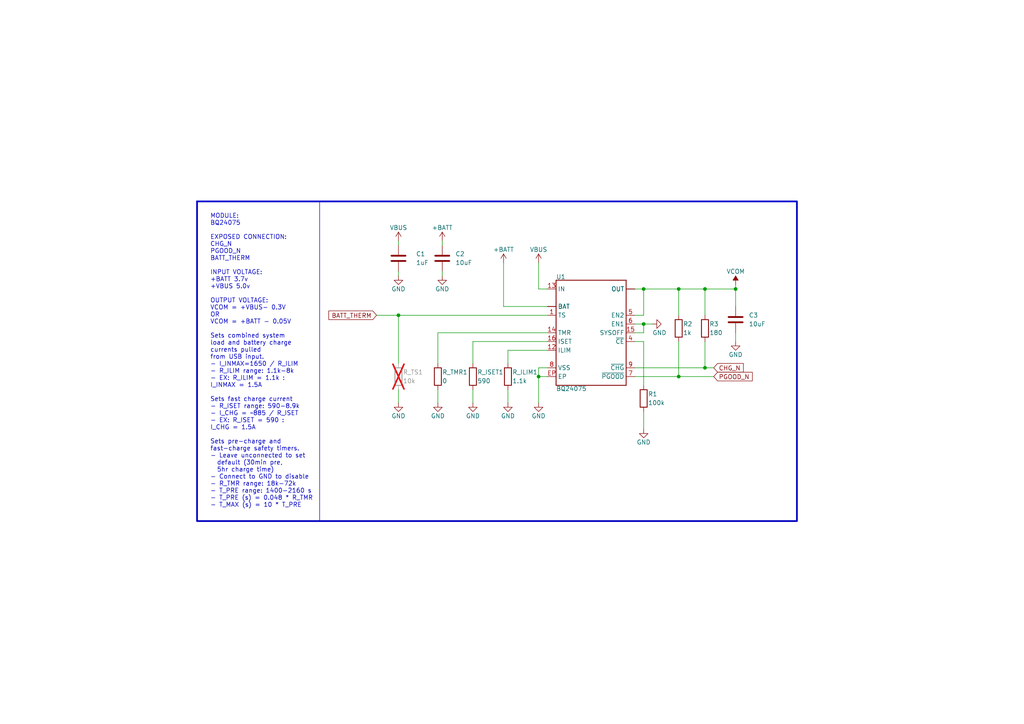
<source format=kicad_sch>
(kicad_sch (version 20230121) (generator eeschema)
  (paper "A4")
  (lib_symbols
    (symbol "Device:C" (pin_numbers hide) (pin_names (offset 0.254))
      (property "Reference" "C" (at 0.635 2.54 0))
      (property "Value" "C" (at 0.635 -2.54 0))
      (symbol "C_0_1"
        (polyline (pts (xy -2.032 -0.762) (xy 2.032 -0.762)) (stroke (width 0.508)))
        (polyline (pts (xy -2.032 0.762) (xy 2.032 0.762)) (stroke (width 0.508)))
      )
      (symbol "C_1_1"
        (pin passive line (at 0 3.81 270) (length 2.794) (name "~") (number "1"))
        (pin passive line (at 0 -3.81 90) (length 2.794) (name "~") (number "2"))
      )
    )
    (symbol "Device:R" (pin_numbers hide) (pin_names (offset 0))
      (property "Reference" "R" (at 2.032 0 90))
      (property "Value" "R" (at 0 0 90))
      (symbol "R_0_1"
        (rectangle (start -1.016 -2.54) (end 1.016 2.54) (stroke (width 0.254)))
      )
      (symbol "R_1_1"
        (pin passive line (at 0 3.81 270) (length 1.27) (name "~") (number "1"))
        (pin passive line (at 0 -3.81 90) (length 1.27) (name "~") (number "2"))
      )
    )
    (symbol "power:+BATT" (power) (pin_names (offset 0))
      (property "Value" "+BATT" (at 0 3.556 0))
      (symbol "+BATT_0_1"
        (polyline (pts (xy -0.762 1.27) (xy 0 2.54)))
        (polyline (pts (xy 0 0) (xy 0 2.54)))
        (polyline (pts (xy 0 2.54) (xy 0.762 1.27)))
      )
      (symbol "+BATT_1_1"
        (pin power_in line (at 0 0 90) (length 0) hide (name "+BATT") (number "1"))
      )
    )
    (symbol "power:GND" (power) (pin_names (offset 0))
      (property "Value" "GND" (at 0 -3.81 0))
      (symbol "GND_0_1"
        (polyline (pts (xy 0 0) (xy 0 -1.27) (xy 1.27 -1.27) (xy 0 -2.54) (xy -1.27 -1.27) (xy 0 -1.27)))
      )
      (symbol "GND_1_1"
        (pin power_in line (at 0 0 270) (length 0) hide (name "GND") (number "1"))
      )
    )
    (symbol "power:VBUS" (power) (pin_names (offset 0))
      (property "Value" "VBUS" (at 0 3.81 0))
      (symbol "VBUS_0_1"
        (polyline (pts (xy -0.762 1.27) (xy 0 2.54)))
        (polyline (pts (xy 0 0) (xy 0 2.54)))
        (polyline (pts (xy 0 2.54) (xy 0.762 1.27)))
      )
      (symbol "VBUS_1_1"
        (pin power_in line (at 0 0 90) (length 0) hide (name "VBUS") (number "1"))
      )
    )
    (symbol "power:VCOM" (power) (pin_names (offset 0))
      (property "Value" "VCOM" (at 0 3.81 0))
      (symbol "VCOM_0_1"
        (polyline (pts (xy 0 0) (xy 0 2.54)))
        (polyline (pts (xy 0.762 1.27) (xy -0.762 1.27) (xy 0 2.54) (xy 0.762 1.27)) (fill (type outline)))
      )
      (symbol "VCOM_1_1"
        (pin power_in line (at 0 0 90) (length 0) hide (name "VCOM") (number "1"))
      )
    )
    (symbol "sparkfun-battery-babysitter-eagle-import:battery-management-temp_BQ24075"
      (symbol "battery-management-temp_BQ24075_1_0"
        (polyline (pts (xy -10.16 -15.24) (xy 10.16 -15.24)) (stroke (width 0.254)))
        (polyline (pts (xy -10.16 15.24) (xy -10.16 -15.24)) (stroke (width 0.254)))
        (polyline (pts (xy 10.16 -15.24) (xy 10.16 15.24)) (stroke (width 0.254)))
        (polyline (pts (xy 10.16 15.24) (xy -10.16 15.24)) (stroke (width 0.254)))
        (pin bidirectional line (at -12.7 5.08 0) (length 2.54) (name "TS") (number "1"))
        (pin bidirectional line (at 12.7 12.7 180) (length 2.54) (name "OUT") (number "10"))
        (pin bidirectional line (at 12.7 12.7 180) (length 2.54) (name "OUT") (number "11"))
        (pin bidirectional line (at -12.7 -5.08 0) (length 2.54) (name "ILIM") (number "12"))
        (pin bidirectional line (at -12.7 12.7 0) (length 2.54) (name "IN") (number "13"))
        (pin bidirectional line (at -12.7 0 0) (length 2.54) (name "TMR") (number "14"))
        (pin bidirectional line (at 12.7 0 180) (length 2.54) (name "SYSOFF") (number "15"))
        (pin bidirectional line (at -12.7 -2.54 0) (length 2.54) (name "ISET") (number "16"))
        (pin bidirectional line (at -12.7 7.62 0) (length 2.54) (name "BAT") (number "2"))
        (pin bidirectional line (at -12.7 7.62 0) (length 2.54) (name "BAT") (number "3"))
        (pin bidirectional line (at 12.7 -2.54 180) (length 2.54) (name "~{CE}") (number "4"))
        (pin bidirectional line (at 12.7 5.08 180) (length 2.54) (name "EN2") (number "5"))
        (pin bidirectional line (at 12.7 2.54 180) (length 2.54) (name "EN1") (number "6"))
        (pin bidirectional line (at 12.7 -12.7 180) (length 2.54) (name "~{PGOOD}") (number "7"))
        (pin bidirectional line (at -12.7 -10.16 0) (length 2.54) (name "VSS") (number "8"))
        (pin bidirectional line (at 12.7 -10.16 180) (length 2.54) (name "~{CHG}") (number "9"))
        (pin bidirectional line (at -12.7 -12.7 0) (length 2.54) (name "EP") (number "EP"))
      )
    )
  )
  (junction (at 204.47 106.68))
  (junction (at 156.21 109.22))
  (junction (at 213.36 83.82))
  (junction (at 196.85 83.82))
  (junction (at 204.47 83.82))
  (junction (at 186.69 93.98))
  (junction (at 196.85 109.22))
  (junction (at 115.57 91.44))
  (junction (at 186.69 83.82))
  (wire (pts (xy 196.85 99.06) (xy 196.85 109.22)))
  (wire (pts (xy 158.75 109.22) (xy 156.21 109.22)) (stroke (width 0.1524)))
  (wire (pts (xy 184.15 106.68) (xy 204.47 106.68)) (stroke (width 0.1524)))
  (wire (pts (xy 128.27 69.85) (xy 128.27 71.12)) (stroke (width 0.1524)))
  (wire (pts (xy 213.36 82.55) (xy 213.36 83.82)))
  (wire (pts (xy 186.69 119.38) (xy 186.69 121.92)))
  (wire (pts (xy 204.47 83.82) (xy 204.47 91.44)) (stroke (width 0.1524)))
  (wire (pts (xy 186.69 83.82) (xy 196.85 83.82)) (stroke (width 0.1524)))
  (wire (pts (xy 213.36 88.9) (xy 213.36 83.82)) (stroke (width 0.1524)))
  (wire (pts (xy 115.57 69.85) (xy 115.57 71.12)) (stroke (width 0.1524)))
  (wire (pts (xy 204.47 106.68) (xy 207.01 106.68)) (stroke (width 0.1524)))
  (wire (pts (xy 184.15 96.52) (xy 186.69 96.52)) (stroke (width 0.1524)))
  (wire (pts (xy 156.21 83.82) (xy 156.21 76.2)) (stroke (width 0.1524)))
  (wire (pts (xy 147.32 113.03) (xy 147.32 116.84)))
  (wire (pts (xy 158.75 83.82) (xy 156.21 83.82)) (stroke (width 0.1524)))
  (wire (pts (xy 115.57 91.44) (xy 109.22 91.44)) (stroke (width 0.1524)))
  (wire (pts (xy 158.75 88.9) (xy 146.05 88.9)) (stroke (width 0.1524)))
  (wire (pts (xy 147.32 101.6) (xy 158.75 101.6)))
  (wire (pts (xy 184.15 83.82) (xy 186.69 83.82)) (stroke (width 0.1524)))
  (wire (pts (xy 196.85 109.22) (xy 207.01 109.22)))
  (wire (pts (xy 127 113.03) (xy 127 116.84)))
  (wire (pts (xy 115.57 91.44) (xy 115.57 105.41)) (stroke (width 0.1524)))
  (wire (pts (xy 115.57 80.01) (xy 115.57 78.74)) (stroke (width 0.1524)))
  (wire (pts (xy 127 96.52) (xy 127 105.41)))
  (wire (pts (xy 146.05 88.9) (xy 146.05 76.2)) (stroke (width 0.1524)))
  (wire (pts (xy 137.16 99.06) (xy 158.75 99.06)))
  (wire (pts (xy 158.75 106.68) (xy 156.21 106.68)) (stroke (width 0.1524)))
  (wire (pts (xy 184.15 99.06) (xy 186.69 99.06)) (stroke (width 0.1524)))
  (wire (pts (xy 213.36 99.06) (xy 213.36 96.52)) (stroke (width 0.1524)))
  (wire (pts (xy 128.27 80.01) (xy 128.27 78.74)) (stroke (width 0.1524)))
  (wire (pts (xy 186.69 93.98) (xy 186.69 96.52)) (stroke (width 0.1524)))
  (wire (pts (xy 137.16 99.06) (xy 137.16 105.41)))
  (wire (pts (xy 186.69 83.82) (xy 186.69 91.44)))
  (wire (pts (xy 156.21 109.22) (xy 156.21 116.84)) (stroke (width 0.1524)))
  (wire (pts (xy 184.15 93.98) (xy 186.69 93.98)) (stroke (width 0.1524)))
  (wire (pts (xy 147.32 101.6) (xy 147.32 105.41)))
  (wire (pts (xy 186.69 124.46) (xy 186.69 121.92)) (stroke (width 0.1524)))
  (wire (pts (xy 204.47 106.68) (xy 204.47 99.06)) (stroke (width 0.1524)))
  (wire (pts (xy 196.85 83.82) (xy 204.47 83.82)) (stroke (width 0.1524)))
  (wire (pts (xy 186.69 99.06) (xy 186.69 111.76)) (stroke (width 0.1524)))
  (wire (pts (xy 127 96.52) (xy 158.75 96.52)))
  (wire (pts (xy 196.85 83.82) (xy 196.85 91.44)))
  (wire (pts (xy 184.15 91.44) (xy 186.69 91.44)))
  (wire (pts (xy 156.21 106.68) (xy 156.21 109.22)) (stroke (width 0.1524)))
  (wire (pts (xy 186.69 93.98) (xy 189.23 93.98)) (stroke (width 0.1524)))
  (wire (pts (xy 158.75 91.44) (xy 115.57 91.44)) (stroke (width 0.1524)))
  (wire (pts (xy 204.47 83.82) (xy 213.36 83.82)) (stroke (width 0.1524)))
  (wire (pts (xy 184.15 109.22) (xy 196.85 109.22)))
  (wire (pts (xy 137.16 113.03) (xy 137.16 116.84)))
  (wire (pts (xy 115.57 113.03) (xy 115.57 116.84)))
  (rectangle (start 57.15 58.42) (end 231.14 151.13) (stroke (width 0.5)))
  (rectangle (start 57.15 58.42) (end 92.71 151.13))
  (text "MODULE:\nBQ24075\n\nEXPOSED CONNECTION: \nCHG_N\nPGOOD_N\nBATT_THERM\n\nINPUT VOLTAGE:\n+BATT 3.7v\n+VBUS 5.0v\n\nOUTPUT VOLTAGE:\nVCOM = +VBUS- 0.3V\nOR\nVCOM = +BATT - 0.05V\n\nSets combined system\nload and battery charge\ncurrents pulled\nfrom USB input.\n- I_INMAX=1650 / R_ILIM\n- R_ILIM range: 1.1k-8k\n- EX: R_ILIM = 1.1k :\nI_INMAX = 1.5A\n\nSets fast charge current\n- R_ISET range: 590-8.9k\n- I_CHG = ~885 / R_ISET\n- EX: R_ISET = 590 :\nI_CHG = 1.5A\n\n﻿Sets pre-charge and\nfast-charge safety timers.\n- Leave unconnected to set\n  default (30min pre, \n  5hr charge time)\n- Connect to GND to disable\n- R_TMR range: 18k-72k\n- T_PRE range: 1400-2160 s\n- T_PRE (s) = 0.048 * R_TMR\n- T_MAX (s) = 10 * T_PRE\n" (at 60.96 147.32 0) (effects (font (size 1.27 1.27)) (justify left bottom)))
  (global_label "BATT_THERM" (shape input) (at 109.22 91.44 180) (property "Intersheetrefs" "${INTERSHEET_REFS}" (effects hide)))
  (global_label "CHG_N" (shape input) (at 207.01 106.68 0) (property "Intersheetrefs" "${INTERSHEET_REFS}" (effects hide)))
  (global_label "PGOOD_N" (shape input) (at 207.01 109.22 0) (property "Intersheetrefs" "${INTERSHEET_REFS}" (effects hide)))
  (symbol (lib_id "Device:R") (at 127 109.22 0) (unit 1)
    (property "Reference" "R_TMR1" (at 128.27 107.95 0) (effects (justify left)))
    (property "Value" "0" (at 128.27 110.49 0) (effects (justify left)))
    (property "Footprint" "Resistor_SMD:R_01005_0402Metric" (effects hide))
  )
  (symbol (lib_id "power:GND") (at 156.21 116.84 0) (unit 1)
    (property "Reference" "#PWR011" (effects hide))
    (property "Value" "GND" (at 156.21 120.65 0))
  )
  (symbol (lib_id "power:+BATT") (at 128.27 69.85 0) (unit 1)
    (property "Reference" "#PWR05" (effects hide))
    (property "Value" "+BATT" (at 128.27 66.04 0))
  )
  (symbol (lib_id "power:GND") (at 115.57 80.01 0) (unit 1)
    (property "Reference" "#PWR02" (effects hide))
    (property "Value" "GND" (at 115.57 83.82 0))
  )
  (symbol (lib_id "power:VBUS") (at 156.21 76.2 0) (unit 1)
    (property "Reference" "#PWR010" (effects hide))
    (property "Value" "VBUS" (at 156.21 72.39 0))
  )
  (symbol (lib_id "power:VBUS") (at 115.57 69.85 0) (unit 1)
    (property "Reference" "#PWR01" (effects hide))
    (property "Value" "VBUS" (at 115.57 66.04 0))
  )
  (symbol (lib_id "power:GND") (at 186.69 124.46 0) (unit 1)
    (property "Reference" "#PWR012" (effects hide))
    (property "Value" "GND" (at 186.69 128.27 0))
  )
  (symbol (lib_id "Device:C") (at 213.36 92.71 0) (unit 1)
    (property "Reference" "C3" (at 217.17 91.44 0) (effects (justify left)))
    (property "Value" "10uF" (at 217.17 93.98 0) (effects (justify left)))
    (property "Footprint" "Capacitor_SMD:C_0402_1005Metric" (effects hide))
  )
  (symbol (lib_id "Device:R") (at 147.32 109.22 0) (unit 1)
    (property "Reference" "R_ILIM1" (at 148.59 107.95 0) (effects (justify left)))
    (property "Value" "1.1k" (at 148.59 110.49 0) (effects (justify left)))
    (property "Footprint" "Resistor_SMD:R_01005_0402Metric" (effects hide))
  )
  (symbol (lib_id "power:GND") (at 189.23 93.98 90) (unit 1)
    (property "Reference" "#PWR013" (effects hide))
    (property "Value" "GND" (at 189.23 96.52 90) (effects (justify right)))
  )
  (symbol (lib_id "power:GND") (at 115.57 116.84 0) (unit 1)
    (property "Reference" "#PWR03" (effects hide))
    (property "Value" "GND" (at 115.57 120.65 0))
  )
  (symbol (lib_id "power:GND") (at 127 116.84 0) (unit 1)
    (property "Reference" "#PWR04" (effects hide))
    (property "Value" "GND" (at 127 120.65 0))
  )
  (symbol (lib_id "Device:R") (at 186.69 115.57 0) (unit 1)
    (property "Reference" "R1" (at 187.96 114.3 0) (effects (justify left)))
    (property "Value" "100k" (at 187.96 116.84 0) (effects (justify left)))
    (property "Footprint" "Resistor_SMD:R_01005_0402Metric" (effects hide))
  )
  (symbol (lib_id "Device:R") (at 115.57 109.22 0) (unit 1) (dnp yes)
    (property "Reference" "R_TS1" (at 116.84 107.95 0) (effects (justify left)))
    (property "Value" "10k" (at 116.84 110.49 0) (effects (justify left)))
    (property "Footprint" "Resistor_SMD:R_01005_0402Metric" (effects hide))
  )
  (symbol (lib_id "Device:C") (at 128.27 74.93 0) (unit 1)
    (property "Reference" "C2" (at 132.08 73.66 0) (effects (justify left)))
    (property "Value" "10uF" (at 132.08 76.2 0) (effects (justify left)))
    (property "Footprint" "Capacitor_SMD:C_0402_1005Metric" (effects hide))
  )
  (symbol (lib_id "power:GND") (at 147.32 116.84 0) (unit 1)
    (property "Reference" "#PWR09" (effects hide))
    (property "Value" "GND" (at 147.32 120.65 0))
  )
  (symbol (lib_id "power:GND") (at 137.16 116.84 0) (unit 1)
    (property "Reference" "#PWR07" (effects hide))
    (property "Value" "GND" (at 137.16 120.65 0))
  )
  (symbol (lib_id "Device:R") (at 196.85 95.25 0) (unit 1)
    (property "Reference" "R2" (at 198.12 93.98 0) (effects (justify left)))
    (property "Value" "1k" (at 198.12 96.52 0) (effects (justify left)))
    (property "Footprint" "Resistor_SMD:R_01005_0402Metric" (effects hide))
  )
  (symbol (lib_id "Device:C") (at 115.57 74.93 0) (unit 1)
    (property "Reference" "C1" (at 120.65 73.66 0) (effects (justify left)))
    (property "Value" "1uF" (at 120.65 76.2 0) (effects (justify left)))
    (property "Footprint" "Capacitor_SMD:C_0402_1005Metric" (effects hide))
  )
  (symbol (lib_id "power:GND") (at 213.36 99.06 0) (unit 1)
    (property "Reference" "#PWR015" (effects hide))
    (property "Value" "GND" (at 213.36 102.87 0))
  )
  (symbol (lib_id "Device:R") (at 137.16 109.22 0) (unit 1)
    (property "Reference" "R_ISET1" (at 138.43 107.95 0) (effects (justify left)))
    (property "Value" "590" (at 138.43 110.49 0) (effects (justify left)))
    (property "Footprint" "Resistor_SMD:R_01005_0402Metric" (effects hide))
  )
  (symbol (lib_id "power:VCOM") (at 213.36 82.55 0) (unit 1)
    (property "Reference" "#PWR014" (effects hide))
    (property "Value" "VCOM" (at 213.36 78.74 0))
  )
  (symbol (lib_id "Device:R") (at 204.47 95.25 0) (unit 1)
    (property "Reference" "R3" (at 205.74 93.98 0) (effects (justify left)))
    (property "Value" "180" (at 205.74 96.52 0) (effects (justify left)))
    (property "Footprint" "Resistor_SMD:R_01005_0402Metric" (effects hide))
  )
  (symbol (lib_id "power:GND") (at 128.27 80.01 0) (unit 1)
    (property "Reference" "#PWR06" (effects hide))
    (property "Value" "GND" (at 128.27 83.82 0))
  )
  (symbol (lib_id "power:+BATT") (at 146.05 76.2 0) (unit 1)
    (property "Reference" "#PWR08" (effects hide))
    (property "Value" "+BATT" (at 146.05 72.39 0))
  )
  (symbol (lib_id "sparkfun-battery-babysitter-eagle-import:battery-management-temp_BQ24075") (at 171.45 96.52 0) (unit 1)
    (property "Reference" "U1" (at 161.29 81.026 0) (effects (justify left bottom)))
    (property "Value" "BQ24075" (at 161.29 112.014 0) (effects (justify left top)))
    (property "Footprint" "sparkfun-battery-babysitter:PVQFN-N16" (effects hide))
    (property "PROD_ID" "IC-13219" (effects hide))
  )
)
</source>
